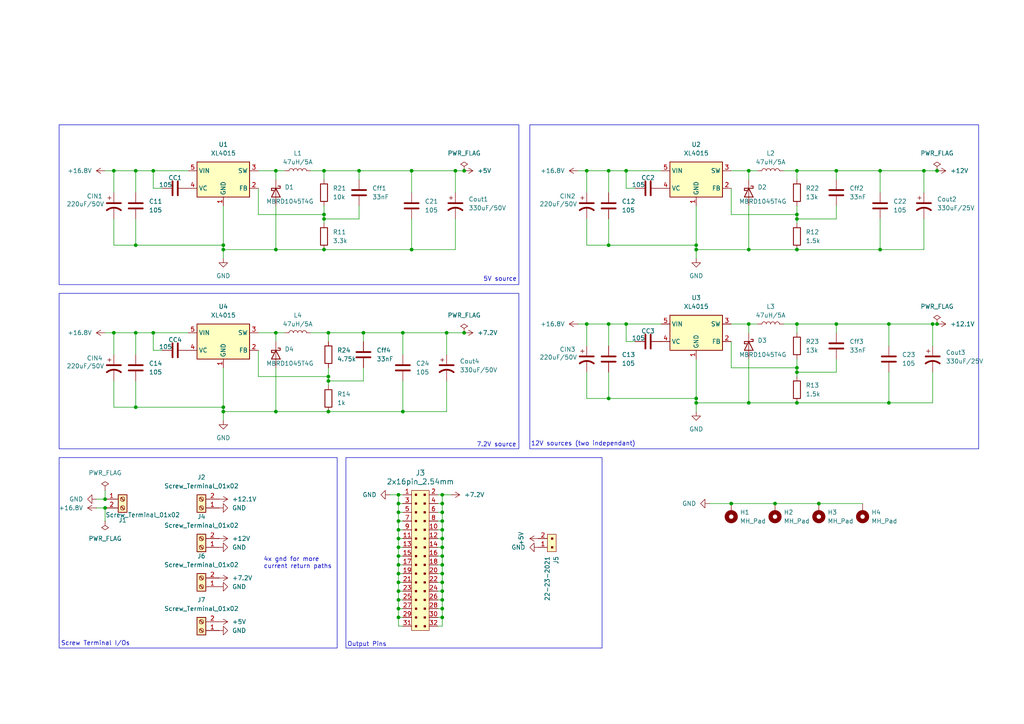
<source format=kicad_sch>
(kicad_sch (version 20250114) (generator "eeschema") (generator_version "9.0")
  (paper "A4")
  (title_block (title "Star Trekker Power Board") (date "2025-04-14") (rev "v2.0") (company "EPFL Xplore"))
  (lib_symbols
    (symbol "Connector:Screw_Terminal_01x02" (pin_names (offset 1.016) (hide yes))
      (property "Reference" "J" (at 0 2.54 0))
      (property "Value" "Screw_Terminal_01x02" (at 0 -5.08 0))
      (symbol "Screw_Terminal_01x02_1_1"
        (pin passive line (at -5.08 0 0) (length 3.81) (name "Pin_1") (number "1"))
        (pin passive line (at -5.08 -2.54 0) (length 3.81) (name "Pin_2") (number "2"))
      )
    )
    (symbol "D_Schottky_1" (pin_numbers (hide yes)) (pin_names (offset 1.016) (hide yes))
      (property "Reference" "D2" (at -1.5876 2.54 90))
      (property "Value" "MBRD1045T4G" (at 2.54 -2.794 90))
      (symbol "D_Schottky_1_1_1"
        (pin passive line (at -3.81 0 0) (length 2.54) (name "K") (number "2"))
        (pin passive line (at 3.81 0 180) (length 2.54) (name "A") (number "1"))
      )
    )
    (symbol "Device:C" (pin_numbers (hide yes)) (pin_names (offset 0.254))
      (property "Reference" "C" (at 0.635 2.54 0))
      (property "Value" "C" (at 0.635 -2.54 0))
      (symbol "C_1_1"
        (pin passive line (at 0 3.81 270) (length 2.794) (name "~") (number "1"))
        (pin passive line (at 0 -3.81 90) (length 2.794) (name "~") (number "2"))
      )
    )
    (symbol "Device:C_Polarized_US" (pin_numbers (hide yes)) (pin_names (offset 0.254) (hide yes))
      (property "Reference" "C" (at 0.635 2.54 0))
      (property "Value" "C_Polarized_US" (at 0.635 -2.54 0))
      (symbol "C_Polarized_US_1_1"
        (pin passive line (at 0 3.81 270) (length 2.794) (name "~") (number "1"))
        (pin passive line (at 0 -3.81 90) (length 3.302) (name "~") (number "2"))
      )
    )
    (symbol "Device:L" (pin_numbers (hide yes)) (pin_names (offset 1.016) (hide yes))
      (property "Reference" "L" (at -1.27 0 90))
      (property "Value" "L" (at 1.905 0 90))
      (symbol "L_1_1"
        (pin passive line (at 0 3.81 270) (length 1.27) (name "1") (number "1"))
        (pin passive line (at 0 -3.81 90) (length 1.27) (name "2") (number "2"))
      )
    )
    (symbol "Device:R" (pin_numbers (hide yes)) (pin_names (offset 0))
      (property "Reference" "R" (at 2.032 0 90))
      (property "Value" "R" (at 0 0 90))
      (symbol "R_1_1"
        (pin passive line (at 0 3.81 270) (length 1.27) (name "~") (number "1"))
        (pin passive line (at 0 -3.81 90) (length 1.27) (name "~") (number "2"))
      )
    )
    (symbol "Mechanical:MountingHole_Pad" (pin_numbers (hide yes)) (pin_names (offset 1.016) (hide yes)) (exclude_from_sim yes) (in_bom no)
      (property "Reference" "H" (at 0 6.35 0))
      (property "Value" "MountingHole_Pad" (at 0 4.445 0))
      (symbol "MountingHole_Pad_1_1"
        (pin input line (at 0 -2.54 90) (length 2.54) (name "1") (number "1"))
      )
    )
    (symbol "Regulator_Switching:XL4015"
      (property "Reference" "U?" (at -6.35 6.35 0))
      (property "Value" "XL4015" (at 6.35 6.35 0))
      (symbol "XL4015_1_1"
        (pin power_in line (at -10.16 2.54 0) (length 2.54) (name "VIN") (number "5"))
        (pin input line (at -10.16 -2.54 0) (length 2.54) (name "VC") (number "4"))
        (pin power_in line (at 0 -7.62 90) (length 2.54) (name "GND") (number "1"))
        (pin power_out line (at 10.16 2.54 180) (length 2.54) (name "SW") (number "3"))
        (pin input line (at 10.16 -2.54 180) (length 2.54) (name "FB") (number "2"))
      )
    )
    (symbol "dk_Rectangular-Connectors-Headers-Male-Pins:22-23-2021" (pin_names (offset 1.016))
      (property "Reference" "J" (at -2.54 1.27 0))
      (property "Value" "22-23-2021" (at 1.27 -3.81 0))
      (symbol "22-23-2021_1_1"
        (pin passive line (at 0 2.54 270) (length 2.54) (name "~") (number "1"))
        (pin passive line (at 2.54 2.54 270) (length 2.54) (name "~") (number "2"))
      )
    )
    (symbol "hey_idk_hey_idk_hey:2x16pin_2.54mm" (pin_names (offset 1.016))
      (property "Reference" "J" (at -2.54 7.62 0))
      (property "Value" "2x16pin_2.54mm" (at 18.288 -6.604 0))
      (symbol "2x16pin_2.54mm_1_1"
        (pin passive line (at -5.08 5.08 0) (length 2.54) (name "~") (number "1"))
        (pin passive line (at -5.08 2.54 0) (length 2.54) (name "~") (number "3"))
        (pin passive line (at -5.08 0 0) (length 2.54) (name "~") (number "5"))
        (pin passive line (at -5.08 -2.54 0) (length 2.54) (name "~") (number "7"))
        (pin passive line (at -5.08 -5.08 0) (length 2.54) (name "~") (number "9"))
        (pin passive line (at -5.08 -7.62 0) (length 2.54) (name "~") (number "11"))
        (pin passive line (at -5.08 -10.16 0) (length 2.54) (name "~") (number "13"))
        (pin passive line (at -5.08 -12.7 0) (length 2.54) (name "~") (number "15"))
        (pin passive line (at -5.08 -15.24 0) (length 2.54) (name "~") (number "17"))
        (pin passive line (at -5.08 -17.78 0) (length 2.54) (name "~") (number "19"))
        (pin passive line (at -5.08 -20.32 0) (length 2.54) (name "~") (number "21"))
        (pin passive line (at -5.08 -22.86 0) (length 2.54) (name "~") (number "23"))
        (pin passive line (at -5.08 -25.4 0) (length 2.54) (name "~") (number "25"))
        (pin passive line (at -5.08 -27.94 0) (length 2.54) (name "~") (number "27"))
        (pin passive line (at -5.08 -30.48 0) (length 2.54) (name "~") (number "29"))
        (pin passive line (at -5.08 -33.02 0) (length 2.54) (name "~") (number "31"))
        (pin passive line (at 5.08 5.08 180) (length 2.54) (name "~") (number "2"))
        (pin passive line (at 5.08 2.54 180) (length 2.54) (name "~") (number "4"))
        (pin passive line (at 5.08 0 180) (length 2.54) (name "~") (number "6"))
        (pin passive line (at 5.08 -2.54 180) (length 2.54) (name "~") (number "8"))
        (pin passive line (at 5.08 -5.08 180) (length 2.54) (name "~") (number "10"))
        (pin passive line (at 5.08 -7.62 180) (length 2.54) (name "~") (number "12"))
        (pin passive line (at 5.08 -10.16 180) (length 2.54) (name "~") (number "14"))
        (pin passive line (at 5.08 -12.7 180) (length 2.54) (name "~") (number "16"))
        (pin passive line (at 5.08 -15.24 180) (length 2.54) (name "~") (number "18"))
        (pin passive line (at 5.08 -17.78 180) (length 2.54) (name "~") (number "20"))
        (pin passive line (at 5.08 -20.32 180) (length 2.54) (name "~") (number "22"))
        (pin passive line (at 5.08 -22.86 180) (length 2.54) (name "~") (number "24"))
        (pin passive line (at 5.08 -25.4 180) (length 2.54) (name "~") (number "26"))
        (pin passive line (at 5.08 -27.94 180) (length 2.54) (name "~") (number "28"))
        (pin passive line (at 5.08 -30.48 180) (length 2.54) (name "~") (number "30"))
        (pin passive line (at 5.08 -33.02 180) (length 2.54) (name "~") (number "32"))
      )
    )
    (symbol "power:+12V" (power) (pin_numbers (hide yes)) (pin_names (offset 0) (hide yes))
      (property "Value" "+12V" (at 0 3.556 0))
      (symbol "+12V_1_1"
        (pin power_in line (at 0 0 90) (length 0) (name "~") (number "1"))
      )
    )
    (symbol "power:+15V" (power) (pin_numbers (hide yes)) (pin_names (offset 0) (hide yes))
      (property "Value" "+15V" (at 0 3.556 0))
      (symbol "+15V_1_1"
        (pin power_in line (at 0 0 90) (length 0) (name "~") (number "1"))
      )
    )
    (symbol "power:+24V" (power) (pin_numbers (hide yes)) (pin_names (offset 0) (hide yes))
      (property "Value" "+24V" (at 0 3.556 0))
      (symbol "+24V_1_1"
        (pin power_in line (at 0 0 90) (length 0) (name "~") (number "1"))
      )
    )
    (symbol "power:+3V3" (power) (pin_numbers (hide yes)) (pin_names (offset 0) (hide yes))
      (property "Value" "+3V3" (at 0 3.556 0))
      (symbol "+3V3_1_1"
        (pin power_in line (at 0 0 90) (length 0) (name "~") (number "1"))
      )
    )
    (symbol "power:+5V" (power) (pin_numbers (hide yes)) (pin_names (offset 0) (hide yes))
      (property "Value" "+5V" (at 0 3.556 0))
      (symbol "+5V_1_1"
        (pin power_in line (at 0 0 90) (length 0) (name "~") (number "1"))
      )
    )
    (symbol "power:GND" (power) (pin_numbers (hide yes)) (pin_names (offset 0) (hide yes))
      (property "Value" "GND" (at 0 -3.81 0))
      (symbol "GND_1_1"
        (pin power_in line (at 0 0 270) (length 0) (name "~") (number "1"))
      )
    )
    (symbol "power:PWR_FLAG" (power) (pin_numbers (hide yes)) (pin_names (offset 0) (hide yes))
      (property "Value" "PWR_FLAG" (at 0 3.81 0))
      (symbol "PWR_FLAG_0_0"
        (pin power_out line (at 0 0 90) (length 0) (name "~") (number "1"))
      )
    )
  )
  (rectangle (start 17.145 132.715) (end 97.79 187.96))
  (rectangle (start 100.33 132.715) (end 174.625 187.96))
  (rectangle (start 17.145 85.09) (end 150.495 130.175))
  (rectangle (start 153.67 36.195) (end 283.845 130.175))
  (rectangle (start 17.145 36.195) (end 150.495 82.55))
  (text "Output Pins" (at 106.426 186.944 0) (effects (font (size 1.27 1.27))))
  (text "5V source" (at 145.034 81.026 0) (effects (font (size 1.27 1.27))))
  (text "Screw Terminal I/Os" (at 27.686 186.69 0) (effects (font (size 1.27 1.27))))
  (text "7.2V source" (at 144.018 129.032 0) (effects (font (size 1.27 1.27))))
  (text "12V sources (two independant)" (at 169.164 128.778 0) (effects (font (size 1.27 1.27))))
  (text "4x gnd for more\ncurrent return paths" (at 76.454 163.322 0) (effects (font (size 1.27 1.27)) (justify left)))
  (junction (at 128.27 163.83))
  (junction (at 231.14 62.23))
  (junction (at 128.27 148.59))
  (junction (at 201.93 116.84))
  (junction (at 217.17 72.39))
  (junction (at 115.57 153.67))
  (junction (at 128.27 176.53))
  (junction (at 217.17 116.84))
  (junction (at 80.01 72.39))
  (junction (at 176.53 115.57))
  (junction (at 64.77 118.11))
  (junction (at 115.57 163.83))
  (junction (at 212.09 146.05))
  (junction (at 93.98 62.23))
  (junction (at 80.01 49.53))
  (junction (at 115.57 158.75))
  (junction (at 128.27 166.37))
  (junction (at 271.78 93.98))
  (junction (at 170.18 93.98))
  (junction (at 128.27 143.51))
  (junction (at 255.27 72.39))
  (junction (at 128.27 161.29))
  (junction (at 44.45 96.52))
  (junction (at 39.37 96.52))
  (junction (at 129.54 96.52))
  (junction (at 115.57 173.99))
  (junction (at 176.53 93.98))
  (junction (at 39.37 71.12))
  (junction (at 201.93 72.39))
  (junction (at 115.57 166.37))
  (junction (at 105.41 96.52))
  (junction (at 231.14 116.84))
  (junction (at 115.57 146.05))
  (junction (at 217.17 93.98))
  (junction (at 33.02 96.52))
  (junction (at 115.57 143.51))
  (junction (at 217.17 49.53))
  (junction (at 39.37 118.11))
  (junction (at 181.61 93.98))
  (junction (at 128.27 151.13))
  (junction (at 231.14 63.5))
  (junction (at 80.01 119.38))
  (junction (at 128.27 153.67))
  (junction (at 44.45 49.53))
  (junction (at 237.49 146.05))
  (junction (at 176.53 49.53))
  (junction (at 231.14 49.53))
  (junction (at 170.18 49.53))
  (junction (at 119.38 72.39))
  (junction (at 128.27 173.99))
  (junction (at 134.62 96.52))
  (junction (at 93.98 72.39))
  (junction (at 255.27 49.53))
  (junction (at 115.57 176.53))
  (junction (at 224.79 146.05))
  (junction (at 231.14 106.68))
  (junction (at 115.57 171.45))
  (junction (at 257.81 116.84))
  (junction (at 128.27 179.07))
  (junction (at 80.01 96.52))
  (junction (at 270.51 93.98))
  (junction (at 30.48 144.78))
  (junction (at 115.57 148.59))
  (junction (at 201.93 115.57))
  (junction (at 242.57 93.98))
  (junction (at 242.57 49.53))
  (junction (at 128.27 168.91))
  (junction (at 128.27 146.05))
  (junction (at 116.84 119.38))
  (junction (at 271.78 49.53))
  (junction (at 95.25 96.52))
  (junction (at 64.77 119.38))
  (junction (at 257.81 93.98))
  (junction (at 231.14 93.98))
  (junction (at 116.84 96.52))
  (junction (at 95.25 109.22))
  (junction (at 115.57 179.07))
  (junction (at 115.57 168.91))
  (junction (at 30.48 147.32))
  (junction (at 115.57 156.21))
  (junction (at 93.98 49.53))
  (junction (at 95.25 110.49))
  (junction (at 128.27 158.75))
  (junction (at 95.25 119.38))
  (junction (at 128.27 156.21))
  (junction (at 119.38 49.53))
  (junction (at 115.57 161.29))
  (junction (at 64.77 71.12))
  (junction (at 64.77 72.39))
  (junction (at 267.97 49.53))
  (junction (at 128.27 171.45))
  (junction (at 132.08 49.53))
  (junction (at 33.02 49.53))
  (junction (at 231.14 107.95))
  (junction (at 231.14 72.39))
  (junction (at 104.14 49.53))
  (junction (at 93.98 63.5))
  (junction (at 115.57 151.13))
  (junction (at 134.62 49.53))
  (junction (at 181.61 49.53))
  (junction (at 201.93 71.12))
  (junction (at 176.53 71.12))
  (junction (at 39.37 49.53))
  (wire (pts (xy 128.27 171.45) (xy 127 171.45)))
  (wire (pts (xy 128.27 143.51) (xy 130.81 143.51)))
  (wire (pts (xy 80.01 96.52) (xy 80.01 99.06)))
  (wire (pts (xy 33.02 63.5) (xy 33.02 71.12)))
  (wire (pts (xy 44.45 54.61) (xy 44.45 49.53)))
  (wire (pts (xy 30.48 96.52) (xy 33.02 96.52)))
  (wire (pts (xy 80.01 119.38) (xy 64.77 119.38)))
  (wire (pts (xy 115.57 151.13) (xy 116.84 151.13)))
  (wire (pts (xy 267.97 63.5) (xy 267.97 72.39)))
  (wire (pts (xy 128.27 158.75) (xy 128.27 161.29)))
  (wire (pts (xy 39.37 49.53) (xy 44.45 49.53)))
  (wire (pts (xy 93.98 59.69) (xy 93.98 62.23)))
  (wire (pts (xy 231.14 62.23) (xy 231.14 63.5)))
  (wire (pts (xy 128.27 171.45) (xy 128.27 173.99)))
  (wire (pts (xy 217.17 93.98) (xy 217.17 96.52)))
  (wire (pts (xy 93.98 49.53) (xy 104.14 49.53)))
  (wire (pts (xy 95.25 106.68) (xy 95.25 109.22)))
  (wire (pts (xy 80.01 59.69) (xy 80.01 72.39)))
  (wire (pts (xy 119.38 63.5) (xy 119.38 72.39)))
  (wire (pts (xy 257.81 107.95) (xy 257.81 116.84)))
  (wire (pts (xy 115.57 156.21) (xy 116.84 156.21)))
  (wire (pts (xy 242.57 93.98) (xy 257.81 93.98)))
  (wire (pts (xy 170.18 93.98) (xy 176.53 93.98)))
  (wire (pts (xy 128.27 143.51) (xy 128.27 146.05)))
  (wire (pts (xy 115.57 151.13) (xy 115.57 148.59)))
  (wire (pts (xy 176.53 63.5) (xy 176.53 71.12)))
  (wire (pts (xy 115.57 148.59) (xy 116.84 148.59)))
  (wire (pts (xy 227.33 93.98) (xy 231.14 93.98)))
  (wire (pts (xy 80.01 72.39) (xy 64.77 72.39)))
  (wire (pts (xy 33.02 110.49) (xy 33.02 118.11)))
  (wire (pts (xy 95.25 96.52) (xy 95.25 99.06)))
  (wire (pts (xy 242.57 104.14) (xy 242.57 107.95)))
  (wire (pts (xy 128.27 158.75) (xy 127 158.75)))
  (wire (pts (xy 39.37 49.53) (xy 39.37 55.88)))
  (wire (pts (xy 128.27 179.07) (xy 128.27 181.61)))
  (wire (pts (xy 128.27 161.29) (xy 127 161.29)))
  (wire (pts (xy 93.98 72.39) (xy 119.38 72.39)))
  (wire (pts (xy 64.77 72.39) (xy 64.77 74.93)))
  (wire (pts (xy 30.48 49.53) (xy 33.02 49.53)))
  (wire (pts (xy 33.02 55.88) (xy 33.02 49.53)))
  (wire (pts (xy 270.51 100.33) (xy 270.51 93.98)))
  (wire (pts (xy 242.57 49.53) (xy 255.27 49.53)))
  (wire (pts (xy 115.57 176.53) (xy 116.84 176.53)))
  (wire (pts (xy 231.14 63.5) (xy 231.14 64.77)))
  (wire (pts (xy 170.18 100.33) (xy 170.18 93.98)))
  (wire (pts (xy 128.27 156.21) (xy 127 156.21)))
  (wire (pts (xy 115.57 179.07) (xy 116.84 179.07)))
  (wire (pts (xy 176.53 71.12) (xy 201.93 71.12)))
  (wire (pts (xy 46.99 101.6) (xy 44.45 101.6)))
  (wire (pts (xy 80.01 72.39) (xy 93.98 72.39)))
  (wire (pts (xy 128.27 166.37) (xy 128.27 168.91)))
  (wire (pts (xy 217.17 93.98) (xy 219.71 93.98)))
  (wire (pts (xy 231.14 72.39) (xy 255.27 72.39)))
  (wire (pts (xy 237.49 146.05) (xy 250.19 146.05)))
  (wire (pts (xy 170.18 49.53) (xy 176.53 49.53)))
  (wire (pts (xy 184.15 99.06) (xy 181.61 99.06)))
  (wire (pts (xy 217.17 104.14) (xy 217.17 116.84)))
  (wire (pts (xy 90.17 96.52) (xy 95.25 96.52)))
  (wire (pts (xy 227.33 49.53) (xy 231.14 49.53)))
  (wire (pts (xy 128.27 166.37) (xy 127 166.37)))
  (wire (pts (xy 201.93 59.69) (xy 201.93 71.12)))
  (wire (pts (xy 212.09 146.05) (xy 224.79 146.05)))
  (wire (pts (xy 128.27 173.99) (xy 127 173.99)))
  (wire (pts (xy 217.17 116.84) (xy 201.93 116.84)))
  (wire (pts (xy 224.79 146.05) (xy 237.49 146.05)))
  (wire (pts (xy 115.57 171.45) (xy 116.84 171.45)))
  (wire (pts (xy 44.45 96.52) (xy 54.61 96.52)))
  (wire (pts (xy 93.98 49.53) (xy 93.98 52.07)))
  (wire (pts (xy 105.41 110.49) (xy 95.25 110.49)))
  (wire (pts (xy 33.02 96.52) (xy 39.37 96.52)))
  (wire (pts (xy 115.57 168.91) (xy 116.84 168.91)))
  (wire (pts (xy 95.25 96.52) (xy 105.41 96.52)))
  (wire (pts (xy 39.37 110.49) (xy 39.37 118.11)))
  (wire (pts (xy 115.57 161.29) (xy 116.84 161.29)))
  (wire (pts (xy 231.14 93.98) (xy 231.14 96.52)))
  (wire (pts (xy 74.93 109.22) (xy 95.25 109.22)))
  (wire (pts (xy 39.37 71.12) (xy 64.77 71.12)))
  (wire (pts (xy 115.57 158.75) (xy 116.84 158.75)))
  (wire (pts (xy 30.48 142.24) (xy 30.48 144.78)))
  (wire (pts (xy 115.57 148.59) (xy 115.57 146.05)))
  (wire (pts (xy 231.14 116.84) (xy 257.81 116.84)))
  (wire (pts (xy 181.61 54.61) (xy 181.61 49.53)))
  (wire (pts (xy 93.98 62.23) (xy 74.93 62.23)))
  (wire (pts (xy 257.81 116.84) (xy 270.51 116.84)))
  (wire (pts (xy 201.93 115.57) (xy 201.93 116.84)))
  (wire (pts (xy 212.09 106.68) (xy 212.09 99.06)))
  (wire (pts (xy 270.51 107.95) (xy 270.51 116.84)))
  (wire (pts (xy 128.27 151.13) (xy 128.27 153.67)))
  (wire (pts (xy 80.01 49.53) (xy 82.55 49.53)))
  (wire (pts (xy 115.57 153.67) (xy 116.84 153.67)))
  (wire (pts (xy 170.18 63.5) (xy 170.18 71.12)))
  (wire (pts (xy 119.38 49.53) (xy 132.08 49.53)))
  (wire (pts (xy 119.38 55.88) (xy 119.38 49.53)))
  (wire (pts (xy 129.54 96.52) (xy 134.62 96.52)))
  (wire (pts (xy 231.14 107.95) (xy 231.14 109.22)))
  (wire (pts (xy 167.64 93.98) (xy 170.18 93.98)))
  (wire (pts (xy 170.18 55.88) (xy 170.18 49.53)))
  (wire (pts (xy 212.09 49.53) (xy 217.17 49.53)))
  (wire (pts (xy 128.27 179.07) (xy 127 179.07)))
  (wire (pts (xy 201.93 116.84) (xy 201.93 119.38)))
  (wire (pts (xy 255.27 72.39) (xy 267.97 72.39)))
  (wire (pts (xy 128.27 146.05) (xy 128.27 148.59)))
  (wire (pts (xy 128.27 163.83) (xy 127 163.83)))
  (wire (pts (xy 217.17 116.84) (xy 231.14 116.84)))
  (wire (pts (xy 93.98 62.23) (xy 93.98 63.5)))
  (wire (pts (xy 231.14 106.68) (xy 231.14 107.95)))
  (wire (pts (xy 64.77 106.68) (xy 64.77 118.11)))
  (wire (pts (xy 115.57 176.53) (xy 115.57 173.99)))
  (wire (pts (xy 33.02 49.53) (xy 39.37 49.53)))
  (wire (pts (xy 267.97 49.53) (xy 271.78 49.53)))
  (wire (pts (xy 93.98 63.5) (xy 104.14 63.5)))
  (wire (pts (xy 90.17 49.53) (xy 93.98 49.53)))
  (wire (pts (xy 30.48 147.32) (xy 30.48 151.13)))
  (wire (pts (xy 115.57 179.07) (xy 115.57 176.53)))
  (wire (pts (xy 113.03 143.51) (xy 115.57 143.51)))
  (wire (pts (xy 104.14 49.53) (xy 119.38 49.53)))
  (wire (pts (xy 115.57 161.29) (xy 115.57 158.75)))
  (wire (pts (xy 270.51 93.98) (xy 271.78 93.98)))
  (wire (pts (xy 95.25 109.22) (xy 95.25 110.49)))
  (wire (pts (xy 255.27 63.5) (xy 255.27 72.39)))
  (wire (pts (xy 64.77 59.69) (xy 64.77 71.12)))
  (wire (pts (xy 205.74 146.05) (xy 212.09 146.05)))
  (wire (pts (xy 132.08 55.88) (xy 132.08 49.53)))
  (wire (pts (xy 115.57 146.05) (xy 115.57 143.51)))
  (wire (pts (xy 217.17 72.39) (xy 201.93 72.39)))
  (wire (pts (xy 129.54 110.49) (xy 129.54 119.38)))
  (wire (pts (xy 128.27 173.99) (xy 128.27 176.53)))
  (wire (pts (xy 176.53 107.95) (xy 176.53 115.57)))
  (wire (pts (xy 115.57 166.37) (xy 116.84 166.37)))
  (wire (pts (xy 255.27 49.53) (xy 267.97 49.53)))
  (wire (pts (xy 231.14 63.5) (xy 242.57 63.5)))
  (wire (pts (xy 74.93 62.23) (xy 74.93 54.61)))
  (wire (pts (xy 170.18 71.12) (xy 176.53 71.12)))
  (wire (pts (xy 95.25 110.49) (xy 95.25 111.76)))
  (wire (pts (xy 242.57 107.95) (xy 231.14 107.95)))
  (wire (pts (xy 181.61 49.53) (xy 191.77 49.53)))
  (wire (pts (xy 115.57 158.75) (xy 115.57 156.21)))
  (wire (pts (xy 176.53 49.53) (xy 181.61 49.53)))
  (wire (pts (xy 242.57 93.98) (xy 242.57 96.52)))
  (wire (pts (xy 217.17 49.53) (xy 217.17 52.07)))
  (wire (pts (xy 176.53 115.57) (xy 201.93 115.57)))
  (wire (pts (xy 116.84 110.49) (xy 116.84 119.38)))
  (wire (pts (xy 80.01 119.38) (xy 95.25 119.38)))
  (wire (pts (xy 116.84 181.61) (xy 115.57 181.61)))
  (wire (pts (xy 105.41 96.52) (xy 105.41 99.06)))
  (wire (pts (xy 167.64 49.53) (xy 170.18 49.53)))
  (wire (pts (xy 176.53 93.98) (xy 181.61 93.98)))
  (wire (pts (xy 231.14 104.14) (xy 231.14 106.68)))
  (wire (pts (xy 128.27 168.91) (xy 128.27 171.45)))
  (wire (pts (xy 115.57 163.83) (xy 115.57 161.29)))
  (wire (pts (xy 170.18 115.57) (xy 176.53 115.57)))
  (wire (pts (xy 128.27 161.29) (xy 128.27 163.83)))
  (wire (pts (xy 95.25 119.38) (xy 116.84 119.38)))
  (wire (pts (xy 132.08 49.53) (xy 134.62 49.53)))
  (wire (pts (xy 170.18 107.95) (xy 170.18 115.57)))
  (wire (pts (xy 128.27 163.83) (xy 128.27 166.37)))
  (wire (pts (xy 115.57 181.61) (xy 115.57 179.07)))
  (wire (pts (xy 115.57 153.67) (xy 115.57 151.13)))
  (wire (pts (xy 181.61 93.98) (xy 191.77 93.98)))
  (wire (pts (xy 231.14 49.53) (xy 231.14 52.07)))
  (wire (pts (xy 231.14 59.69) (xy 231.14 62.23)))
  (wire (pts (xy 217.17 72.39) (xy 231.14 72.39)))
  (wire (pts (xy 231.14 93.98) (xy 242.57 93.98)))
  (wire (pts (xy 127 143.51) (xy 128.27 143.51)))
  (wire (pts (xy 176.53 93.98) (xy 176.53 100.33)))
  (wire (pts (xy 128.27 181.61) (xy 127 181.61)))
  (wire (pts (xy 46.99 54.61) (xy 44.45 54.61)))
  (wire (pts (xy 176.53 49.53) (xy 176.53 55.88)))
  (wire (pts (xy 115.57 173.99) (xy 115.57 171.45)))
  (wire (pts (xy 39.37 96.52) (xy 39.37 102.87)))
  (wire (pts (xy 128.27 148.59) (xy 127 148.59)))
  (wire (pts (xy 39.37 96.52) (xy 44.45 96.52)))
  (wire (pts (xy 80.01 49.53) (xy 80.01 52.07)))
  (wire (pts (xy 27.94 147.32) (xy 30.48 147.32)))
  (wire (pts (xy 74.93 109.22) (xy 74.93 101.6)))
  (wire (pts (xy 27.94 144.78) (xy 30.48 144.78)))
  (wire (pts (xy 39.37 118.11) (xy 64.77 118.11)))
  (wire (pts (xy 80.01 96.52) (xy 82.55 96.52)))
  (wire (pts (xy 257.81 100.33) (xy 257.81 93.98)))
  (wire (pts (xy 115.57 143.51) (xy 116.84 143.51)))
  (wire (pts (xy 129.54 102.87) (xy 129.54 96.52)))
  (wire (pts (xy 128.27 156.21) (xy 128.27 158.75)))
  (wire (pts (xy 212.09 93.98) (xy 217.17 93.98)))
  (wire (pts (xy 104.14 59.69) (xy 104.14 63.5)))
  (wire (pts (xy 115.57 166.37) (xy 115.57 163.83)))
  (wire (pts (xy 105.41 96.52) (xy 116.84 96.52)))
  (wire (pts (xy 33.02 118.11) (xy 39.37 118.11)))
  (wire (pts (xy 181.61 99.06) (xy 181.61 93.98)))
  (wire (pts (xy 128.27 153.67) (xy 127 153.67)))
  (wire (pts (xy 212.09 62.23) (xy 212.09 54.61)))
  (wire (pts (xy 201.93 104.14) (xy 201.93 115.57)))
  (wire (pts (xy 116.84 96.52) (xy 129.54 96.52)))
  (wire (pts (xy 33.02 102.87) (xy 33.02 96.52)))
  (wire (pts (xy 105.41 106.68) (xy 105.41 110.49)))
  (wire (pts (xy 231.14 106.68) (xy 212.09 106.68)))
  (wire (pts (xy 231.14 62.23) (xy 212.09 62.23)))
  (wire (pts (xy 80.01 106.68) (xy 80.01 119.38)))
  (wire (pts (xy 184.15 54.61) (xy 181.61 54.61)))
  (wire (pts (xy 242.57 63.5) (xy 242.57 59.69)))
  (wire (pts (xy 132.08 63.5) (xy 132.08 72.39)))
  (wire (pts (xy 116.84 102.87) (xy 116.84 96.52)))
  (wire (pts (xy 64.77 119.38) (xy 64.77 121.92)))
  (wire (pts (xy 74.93 49.53) (xy 80.01 49.53)))
  (wire (pts (xy 217.17 49.53) (xy 219.71 49.53)))
  (wire (pts (xy 201.93 72.39) (xy 201.93 74.93)))
  (wire (pts (xy 64.77 71.12) (xy 64.77 72.39)))
  (wire (pts (xy 255.27 55.88) (xy 255.27 49.53)))
  (wire (pts (xy 64.77 118.11) (xy 64.77 119.38)))
  (wire (pts (xy 128.27 153.67) (xy 128.27 156.21)))
  (wire (pts (xy 128.27 168.91) (xy 127 168.91)))
  (wire (pts (xy 115.57 171.45) (xy 115.57 168.91)))
  (wire (pts (xy 128.27 176.53) (xy 128.27 179.07)))
  (wire (pts (xy 115.57 173.99) (xy 116.84 173.99)))
  (wire (pts (xy 116.84 119.38) (xy 129.54 119.38)))
  (wire (pts (xy 44.45 101.6) (xy 44.45 96.52)))
  (wire (pts (xy 201.93 71.12) (xy 201.93 72.39)))
  (wire (pts (xy 217.17 59.69) (xy 217.17 72.39)))
  (wire (pts (xy 115.57 168.91) (xy 115.57 166.37)))
  (wire (pts (xy 242.57 49.53) (xy 242.57 52.07)))
  (wire (pts (xy 74.93 96.52) (xy 80.01 96.52)))
  (wire (pts (xy 115.57 146.05) (xy 116.84 146.05)))
  (wire (pts (xy 115.57 163.83) (xy 116.84 163.83)))
  (wire (pts (xy 119.38 72.39) (xy 132.08 72.39)))
  (wire (pts (xy 104.14 49.53) (xy 104.14 52.07)))
  (wire (pts (xy 93.98 63.5) (xy 93.98 64.77)))
  (wire (pts (xy 128.27 151.13) (xy 127 151.13)))
  (wire (pts (xy 39.37 63.5) (xy 39.37 71.12)))
  (wire (pts (xy 33.02 71.12) (xy 39.37 71.12)))
  (wire (pts (xy 128.27 146.05) (xy 127 146.05)))
  (wire (pts (xy 128.27 176.53) (xy 127 176.53)))
  (wire (pts (xy 44.45 49.53) (xy 54.61 49.53)))
  (wire (pts (xy 128.27 148.59) (xy 128.27 151.13)))
  (wire (pts (xy 267.97 55.88) (xy 267.97 49.53)))
  (wire (pts (xy 115.57 156.21) (xy 115.57 153.67)))
  (wire (pts (xy 257.81 93.98) (xy 270.51 93.98)))
  (wire (pts (xy 231.14 49.53) (xy 242.57 49.53)))
  (symbol (lib_id "power:+15V") (at 30.48 96.52 90) (unit 1)
    (property "Reference" "#PWR09" (effects (hide yes)))
    (property "Value" "+16.8V" (at 26.67 96.5199 90) (effects (justify left)))
    (property "Description" "Power symbol creates a global label with name \"+15V\"" (effects (hide yes)))
  )
  (symbol (lib_id "power:+15V") (at 30.48 49.53 90) (unit 1)
    (property "Reference" "#PWR01" (effects (hide yes)))
    (property "Value" "+16.8V" (at 26.67 49.5299 90) (effects (justify left)))
    (property "Description" "Power symbol creates a global label with name \"+15V\"" (effects (hide yes)))
  )
  (symbol (lib_id "Device:C") (at 257.81 104.14 0) (unit 1)
    (property "Reference" "C23" (at 261.62 102.8699 0) (effects (justify left)))
    (property "Value" "105" (at 261.62 105.4099 0) (effects (justify left)))
    (property "Footprint" "Capacitor_SMD:C_0805_2012Metric_Pad1.18x1.45mm_HandSolder" (effects (hide yes)))
    (property "Description" "Unpolarized capacitor" (effects (hide yes)))
  )
  (symbol (lib_id "Device:C") (at 242.57 55.88 0) (unit 1)
    (property "Reference" "Cff2" (at 246.38 54.6099 0) (effects (justify left)))
    (property "Value" "33nF" (at 246.38 57.1499 0) (effects (justify left)))
    (property "Footprint" "Capacitor_SMD:C_0603_1608Metric_Pad1.08x0.95mm_HandSolder" (effects (hide yes)))
    (property "Description" "Unpolarized capacitor" (effects (hide yes)))
  )
  (symbol (lib_name "D_Schottky_1") (lib_id "Device:D_Schottky") (at 217.17 100.33 270) (unit 1)
    (property "Reference" "D3" (at 219.71 98.7424 90) (effects (justify left)))
    (property "Value" "MBRD1045T4G" (at 214.376 102.87 90) (effects (justify left)))
    (property "Footprint" "Package_TO_SOT_SMD:TO-252-2" (effects (hide yes)))
    (property "Description" "Schottky diode" (effects (hide yes)))
  )
  (symbol (lib_id "Device:C_Polarized_US") (at 132.08 59.69 0) (unit 1)
    (property "Reference" "Cout1" (at 135.89 57.7849 0) (effects (justify left)))
    (property "Value" "330uF/50V" (at 135.89 60.3249 0) (effects (justify left)))
    (property "Footprint" "Capacitor_SMD:CP_Elec_10x10.5" (effects (hide yes)))
    (property "Description" "Polarized capacitor, US symbol" (effects (hide yes)))
  )
  (symbol (lib_id "power:GND") (at 201.93 74.93 0) (unit 1)
    (property "Reference" "#PWR06" (effects (hide yes)))
    (property "Value" "GND" (at 201.93 80.01 0))
    (property "Description" "Power symbol creates a global label with name \"GND\" , ground" (effects (hide yes)))
  )
  (symbol (lib_id "power:GND") (at 201.93 119.38 0) (unit 1)
    (property "Reference" "#PWR011" (effects (hide yes)))
    (property "Value" "GND" (at 201.93 124.46 0))
    (property "Description" "Power symbol creates a global label with name \"GND\" , ground" (effects (hide yes)))
  )
  (symbol (lib_id "Device:L") (at 223.52 93.98 90) (unit 1)
    (property "Reference" "L3" (at 223.52 88.9 90))
    (property "Value" "47uH/5A" (at 223.52 91.44 90))
    (property "Footprint" "Library:L_13.8x12.6mm_H6.5mm" (effects (hide yes)))
    (property "Description" "Inductor" (effects (hide yes)))
  )
  (symbol (lib_id "power:+12V") (at 271.78 49.53 270) (unit 1)
    (property "Reference" "#PWR04" (effects (hide yes)))
    (property "Value" "+12V" (at 275.59 49.5299 90) (effects (justify left)))
    (property "Description" "Power symbol creates a global label with name \"+12V\"" (effects (hide yes)))
  )
  (symbol (lib_id "power:+5V") (at 63.5 180.34 270) (unit 1)
    (property "Reference" "#PWR026" (effects (hide yes)))
    (property "Value" "+5V" (at 67.31 180.3399 90) (effects (justify left)))
    (property "Description" "Power symbol creates a global label with name \"+5V\"" (effects (hide yes)))
  )
  (symbol (lib_id "power:+3V3") (at 63.5 167.64 270) (unit 1)
    (property "Reference" "#PWR024" (effects (hide yes)))
    (property "Value" "+7.2V" (at 67.31 167.6399 90) (effects (justify left)))
    (property "Description" "Power symbol creates a global label with name \"+3V3\"" (effects (hide yes)))
  )
  (symbol (lib_id "power:+12V") (at 63.5 156.21 270) (unit 1)
    (property "Reference" "#PWR020" (effects (hide yes)))
    (property "Value" "+12V" (at 67.31 156.2099 90) (effects (justify left)))
    (property "Description" "Power symbol creates a global label with name \"+12V\"" (effects (hide yes)))
  )
  (symbol (lib_id "Connector:Screw_Terminal_01x02") (at 58.42 147.32 180) (unit 1)
    (property "Reference" "J2" (at 58.42 138.43 0))
    (property "Value" "Screw_Terminal_01x02" (at 58.42 140.97 0))
    (property "Footprint" "TerminalBlock_Phoenix:TerminalBlock_Phoenix_PT-1,5-2-5.0-H_1x02_P5.00mm_Horizontal" (effects (hide yes)))
    (property "Description" "Generic screw terminal, single row, 01x02, script generated (kicad-library-utils/schlib/autogen/connector/)" (effects (hide yes)))
  )
  (symbol (lib_id "hey_idk_hey_idk_hey:2x16pin_2.54mm") (at 121.92 148.59 0) (unit 1)
    (property "Reference" "J3" (at 121.92 137.16 0) (effects (font (size 1.524 1.524))))
    (property "Value" "2x16pin_2.54mm" (at 121.92 139.7 0) (effects (font (size 1.524 1.524))))
    (property "Footprint" "Connector_PinHeader_2.54mm:PinHeader_2x16_P2.54mm_Vertical" (effects (hide yes)))
    (property "Datasheet" "http://cnctech.us/pdfs/3220-XX-0100-00.pdf" (effects (hide yes)))
    (property "Description" "CONN HEADER VERT 10POS 1.27MM" (effects (hide yes)))
    (property "Digi-Key_PN" "1175-1627-ND" (effects (hide yes)))
    (property "MPN" "3220-10-0100-00" (effects (hide yes)))
    (property "Category" "Connectors, Interconnects" (effects (hide yes)))
    (property "Family" "Rectangular Connectors - Headers, Male Pins" (effects (hide yes)))
    (property "DK_Datasheet_Link" "http://cnctech.us/pdfs/3220-XX-0100-00.pdf" (effects (hide yes)))
    (property "DK_Detail_Page" "/product-detail/en/cnc-tech/3220-10-0100-00/1175-1627-ND/3883661" (effects (hide yes)))
    (property "Description_1" "CONN HEADER VERT 10POS 1.27MM" (effects (hide yes)))
    (property "Manufacturer" "CNC Tech" (effects (hide yes)))
    (property "Status" "Active" (effects (hide yes)))
  )
  (symbol (lib_id "power:GND") (at 205.74 146.05 270) (unit 1)
    (property "Reference" "#PWR017" (effects (hide yes)))
    (property "Value" "GND" (at 201.93 146.0499 90) (effects (justify right)))
    (property "Description" "Power symbol creates a global label with name \"GND\" , ground" (effects (hide yes)))
  )
  (symbol (lib_id "Regulator_Switching:XL4015") (at 64.77 99.06 0) (unit 1)
    (property "Reference" "U4" (at 64.77 88.9 0))
    (property "Value" "XL4015" (at 64.77 91.44 0))
    (property "Footprint" "Package_TO_SOT_SMD:TO-263-5_TabPin3" (effects (hide yes)))
    (property "Datasheet" "http://www.xlsemi.net/datasheet/XL4015%20datasheet-English.pdf" (effects (hide yes)))
    (property "Description" "5A 180kHz 36V Buck DC to DC Converter" (effects (hide yes)))
  )
  (symbol (lib_id "power:PWR_FLAG") (at 271.78 93.98 0) (unit 1)
    (property "Reference" "#FLG03" (effects (hide yes)))
    (property "Value" "PWR_FLAG" (at 271.78 88.9 0))
    (property "Description" "Special symbol for telling ERC where power comes from" (effects (hide yes)))
  )
  (symbol (lib_id "power:+15V") (at 167.64 49.53 90) (unit 1)
    (property "Reference" "#PWR03" (effects (hide yes)))
    (property "Value" "+16.8V" (at 163.83 49.5299 90) (effects (justify left)))
    (property "Description" "Power symbol creates a global label with name \"+15V\"" (effects (hide yes)))
  )
  (symbol (lib_id "power:GND") (at 63.5 170.18 90) (unit 1)
    (property "Reference" "#PWR025" (effects (hide yes)))
    (property "Value" "GND" (at 67.31 170.1799 90) (effects (justify right)))
    (property "Description" "Power symbol creates a global label with name \"GND\" , ground" (effects (hide yes)))
  )
  (symbol (lib_id "Device:L") (at 86.36 49.53 90) (unit 1)
    (property "Reference" "L1" (at 86.36 44.45 90))
    (property "Value" "47uH/5A" (at 86.36 46.99 90))
    (property "Footprint" "Library:L_13.8x12.6mm_H6.5mm" (effects (hide yes)))
    (property "Description" "Inductor" (effects (hide yes)))
  )
  (symbol (lib_id "Device:C") (at 176.53 59.69 0) (unit 1)
    (property "Reference" "C12" (at 180.34 58.4199 0) (effects (justify left)))
    (property "Value" "105" (at 180.34 60.9599 0) (effects (justify left)))
    (property "Footprint" "Capacitor_SMD:C_0805_2012Metric_Pad1.18x1.45mm_HandSolder" (effects (hide yes)))
    (property "Description" "Unpolarized capacitor" (effects (hide yes)))
  )
  (symbol (lib_id "Device:C_Polarized_US") (at 267.97 59.69 0) (unit 1)
    (property "Reference" "Cout2" (at 271.78 57.7849 0) (effects (justify left)))
    (property "Value" "330uF/25V" (at 271.78 60.3249 0) (effects (justify left)))
    (property "Footprint" "Capacitor_SMD:CP_Elec_10x10.5" (effects (hide yes)))
    (property "Description" "Polarized capacitor, US symbol" (effects (hide yes)))
  )
  (symbol (lib_id "power:GND") (at 64.77 121.92 0) (unit 1)
    (property "Reference" "#PWR012" (effects (hide yes)))
    (property "Value" "GND" (at 64.77 127 0))
    (property "Description" "Power symbol creates a global label with name \"GND\" , ground" (effects (hide yes)))
  )
  (symbol (lib_id "power:GND") (at 63.5 147.32 90) (unit 1)
    (property "Reference" "#PWR019" (effects (hide yes)))
    (property "Value" "GND" (at 67.31 147.3199 90) (effects (justify right)))
    (property "Description" "Power symbol creates a global label with name \"GND\" , ground" (effects (hide yes)))
  )
  (symbol (lib_id "power:+3V3") (at 130.81 143.51 270) (unit 1)
    (property "Reference" "#PWR014" (effects (hide yes)))
    (property "Value" "+7.2V" (at 134.62 143.5099 90) (effects (justify left)))
    (property "Description" "Power symbol creates a global label with name \"+3V3\"" (effects (hide yes)))
  )
  (symbol (lib_id "Device:C") (at 50.8 54.61 90) (unit 1)
    (property "Reference" "CC1" (at 50.8 51.562 90))
    (property "Value" "105" (at 48.006 53.594 90))
    (property "Footprint" "Capacitor_SMD:C_0805_2012Metric_Pad1.18x1.45mm_HandSolder" (effects (hide yes)))
    (property "Description" "Unpolarized capacitor" (effects (hide yes)))
  )
  (symbol (lib_id "Device:C") (at 104.14 55.88 0) (unit 1)
    (property "Reference" "Cff1" (at 107.95 54.6099 0) (effects (justify left)))
    (property "Value" "33nF" (at 107.95 57.1499 0) (effects (justify left)))
    (property "Footprint" "Capacitor_SMD:C_0603_1608Metric_Pad1.08x0.95mm_HandSolder" (effects (hide yes)))
    (property "Description" "Unpolarized capacitor" (effects (hide yes)))
  )
  (symbol (lib_id "Device:C_Polarized_US") (at 33.02 106.68 0) (unit 1)
    (property "Reference" "CIN4" (at 25.146 103.886 0) (effects (justify left)))
    (property "Value" "220uF/50V" (at 19.304 106.172 0) (effects (justify left)))
    (property "Footprint" "Capacitor_SMD:CP_Elec_10x10.5" (effects (hide yes)))
    (property "Description" "Polarized capacitor, US symbol" (effects (hide yes)))
  )
  (symbol (lib_id "Regulator_Switching:XL4015") (at 64.77 52.07 0) (unit 1)
    (property "Reference" "U1" (at 64.77 41.91 0))
    (property "Value" "XL4015" (at 64.77 44.45 0))
    (property "Footprint" "Package_TO_SOT_SMD:TO-263-5_TabPin3" (effects (hide yes)))
    (property "Datasheet" "http://www.xlsemi.net/datasheet/XL4015%20datasheet-English.pdf" (effects (hide yes)))
    (property "Description" "5A 180kHz 36V Buck DC to DC Converter" (effects (hide yes)))
  )
  (symbol (lib_id "Device:R") (at 231.14 55.88 0) (unit 1)
    (property "Reference" "R22" (at 233.68 54.6099 0) (effects (justify left)))
    (property "Value" "13k" (at 233.68 57.1499 0) (effects (justify left)))
    (property "Footprint" "Resistor_SMD:R_0805_2012Metric_Pad1.20x1.40mm_HandSolder" (effects (hide yes)))
    (property "Description" "Resistor" (effects (hide yes)))
  )
  (symbol (lib_id "power:PWR_FLAG") (at 30.48 151.13 180) (unit 1)
    (property "Reference" "#FLG06" (effects (hide yes)))
    (property "Value" "PWR_FLAG" (at 30.48 156.21 0))
    (property "Description" "Special symbol for telling ERC where power comes from" (effects (hide yes)))
  )
  (symbol (lib_id "Connector:Screw_Terminal_01x02") (at 35.56 144.78 0) (unit 1)
    (property "Reference" "J1" (at 35.56 150.876 0))
    (property "Value" "Screw_Terminal_01x02" (at 41.402 149.352 0))
    (property "Footprint" "TerminalBlock_Phoenix:TerminalBlock_Phoenix_PT-1,5-2-5.0-H_1x02_P5.00mm_Horizontal" (effects (hide yes)))
    (property "Description" "Generic screw terminal, single row, 01x02, script generated (kicad-library-utils/schlib/autogen/connector/)" (effects (hide yes)))
  )
  (symbol (lib_id "Device:C") (at 105.41 102.87 0) (unit 1)
    (property "Reference" "Cff4" (at 109.22 101.5999 0) (effects (justify left)))
    (property "Value" "33nF" (at 109.22 104.1399 0) (effects (justify left)))
    (property "Footprint" "Capacitor_SMD:C_0603_1608Metric_Pad1.08x0.95mm_HandSolder" (effects (hide yes)))
    (property "Description" "Unpolarized capacitor" (effects (hide yes)))
  )
  (symbol (lib_id "Device:C") (at 187.96 54.61 90) (unit 1)
    (property "Reference" "CC2" (at 187.96 51.562 90))
    (property "Value" "105" (at 185.166 53.594 90))
    (property "Footprint" "Capacitor_SMD:C_0805_2012Metric_Pad1.18x1.45mm_HandSolder" (effects (hide yes)))
    (property "Description" "Unpolarized capacitor" (effects (hide yes)))
  )
  (symbol (lib_id "power:+5V") (at 156.21 156.21 90) (unit 1)
    (property "Reference" "#PWR021" (effects (hide yes)))
    (property "Value" "+5V" (at 151.13 156.21 0))
    (property "Description" "Power symbol creates a global label with name \"+5V\"" (effects (hide yes)))
  )
  (symbol (lib_id "power:GND") (at 63.5 158.75 90) (unit 1)
    (property "Reference" "#PWR022" (effects (hide yes)))
    (property "Value" "GND" (at 67.31 158.7499 90) (effects (justify right)))
    (property "Description" "Power symbol creates a global label with name \"GND\" , ground" (effects (hide yes)))
  )
  (symbol (lib_id "power:+15V") (at 27.94 147.32 90) (unit 1)
    (property "Reference" "#PWR018" (effects (hide yes)))
    (property "Value" "+16.8V" (at 24.13 147.3201 90) (effects (justify left)))
    (property "Description" "Power symbol creates a global label with name \"+15V\"" (effects (hide yes)))
  )
  (symbol (lib_id "Mechanical:MountingHole_Pad") (at 237.49 148.59 180) (unit 1) (in_bom no)
    (property "Reference" "H3" (at 240.03 148.5899 0) (effects (justify right)))
    (property "Value" "MH_Pad" (at 240.03 151.1299 0) (effects (justify right)))
    (property "Footprint" "MountingHole:MountingHole_3.2mm_M3_DIN965_Pad" (effects (hide yes)))
    (property "Description" "Mounting Hole with connection" (effects (hide yes)))
  )
  (symbol (lib_id "power:PWR_FLAG") (at 30.48 142.24 0) (unit 1)
    (property "Reference" "#FLG05" (effects (hide yes)))
    (property "Value" "PWR_FLAG" (at 30.48 137.16 0))
    (property "Description" "Special symbol for telling ERC where power comes from" (effects (hide yes)))
  )
  (symbol (lib_id "Device:C") (at 255.27 59.69 0) (unit 1)
    (property "Reference" "C22" (at 259.08 58.4199 0) (effects (justify left)))
    (property "Value" "105" (at 259.08 60.9599 0) (effects (justify left)))
    (property "Footprint" "Capacitor_SMD:C_0805_2012Metric_Pad1.18x1.45mm_HandSolder" (effects (hide yes)))
    (property "Description" "Unpolarized capacitor" (effects (hide yes)))
  )
  (symbol (lib_id "Device:R") (at 95.25 102.87 0) (unit 1)
    (property "Reference" "R24" (at 97.79 101.5999 0) (effects (justify left)))
    (property "Value" "4.75k" (at 97.79 104.1399 0) (effects (justify left)))
    (property "Footprint" "Resistor_SMD:R_0805_2012Metric_Pad1.20x1.40mm_HandSolder" (effects (hide yes)))
    (property "Description" "Resistor" (effects (hide yes)))
  )
  (symbol (lib_id "Regulator_Switching:XL4015") (at 201.93 96.52 0) (unit 1)
    (property "Reference" "U3" (at 201.93 86.36 0))
    (property "Value" "XL4015" (at 201.93 88.9 0))
    (property "Footprint" "Package_TO_SOT_SMD:TO-263-5_TabPin3" (effects (hide yes)))
    (property "Datasheet" "http://www.xlsemi.net/datasheet/XL4015%20datasheet-English.pdf" (effects (hide yes)))
    (property "Description" "5A 180kHz 36V Buck DC to DC Converter" (effects (hide yes)))
  )
  (symbol (lib_name "D_Schottky_1") (lib_id "Device:D_Schottky") (at 80.01 102.87 270) (unit 1)
    (property "Reference" "D4" (at 82.55 101.2824 90) (effects (justify left)))
    (property "Value" "MBRD1045T4G" (at 77.216 105.41 90) (effects (justify left)))
    (property "Footprint" "Package_TO_SOT_SMD:TO-252-2" (effects (hide yes)))
    (property "Description" "Schottky diode" (effects (hide yes)))
  )
  (symbol (lib_id "power:+24V") (at 63.5 144.78 270) (unit 1)
    (property "Reference" "#PWR016" (effects (hide yes)))
    (property "Value" "+12.1V" (at 67.31 144.7799 90) (effects (justify left)))
    (property "Description" "Power symbol creates a global label with name \"+24V\"" (effects (hide yes)))
  )
  (symbol (lib_id "Device:C") (at 39.37 106.68 0) (unit 1)
    (property "Reference" "C14" (at 43.18 105.4099 0) (effects (justify left)))
    (property "Value" "105" (at 43.18 107.9499 0) (effects (justify left)))
    (property "Footprint" "Capacitor_SMD:C_0805_2012Metric_Pad1.18x1.45mm_HandSolder" (effects (hide yes)))
    (property "Description" "Unpolarized capacitor" (effects (hide yes)))
  )
  (symbol (lib_id "power:+24V") (at 271.78 93.98 270) (unit 1)
    (property "Reference" "#PWR08" (effects (hide yes)))
    (property "Value" "+12.1V" (at 275.59 93.9799 90) (effects (justify left)))
    (property "Description" "Power symbol creates a global label with name \"+24V\"" (effects (hide yes)))
  )
  (symbol (lib_id "dk_Rectangular-Connectors-Headers-Male-Pins:22-23-2021") (at 158.75 158.75 90) (unit 1)
    (property "Reference" "J5" (at 161.2901 161.29 0) (effects (justify right)))
    (property "Value" "22-23-2021" (at 158.7501 161.29 0) (effects (justify right)))
    (property "Footprint" "digikey-footprints:PinHeader_1x2_P2.54mm_Drill1.02mm" (effects (hide yes)))
    (property "Datasheet" "https://media.digikey.com/pdf/Data%20Sheets/Molex%20PDFs/A-6373-N_Series_Dwg_2010-12-03.pdf" (effects (hide yes)))
    (property "Description" "CONN HEADER VERT 2POS 2.54MM" (effects (hide yes)))
    (property "Digi-Key_PN" "WM4200-ND" (effects (hide yes)))
    (property "MPN" "22-23-2021" (effects (hide yes)))
    (property "Category" "Connectors, Interconnects" (effects (hide yes)))
    (property "Family" "Rectangular Connectors - Headers, Male Pins" (effects (hide yes)))
    (property "DK_Datasheet_Link" "https://media.digikey.com/pdf/Data%20Sheets/Molex%20PDFs/A-6373-N_Series_Dwg_2010-12-03.pdf" (effects (hide yes)))
    (property "DK_Detail_Page" "/product-detail/en/molex/22-23-2021/WM4200-ND/26667" (effects (hide yes)))
    (property "Description_1" "CONN HEADER VERT 2POS 2.54MM" (effects (hide yes)))
    (property "Manufacturer" "Molex" (effects (hide yes)))
    (property "Status" "Active" (effects (hide yes)))
  )
  (symbol (lib_name "D_Schottky_1") (lib_id "Device:D_Schottky") (at 80.01 55.88 270) (unit 1)
    (property "Reference" "D1" (at 82.55 54.2924 90) (effects (justify left)))
    (property "Value" "MBRD1045T4G" (at 77.216 58.42 90) (effects (justify left)))
    (property "Footprint" "Package_TO_SOT_SMD:TO-252-2" (effects (hide yes)))
    (property "Description" "Schottky diode" (effects (hide yes)))
  )
  (symbol (lib_id "Connector:Screw_Terminal_01x02") (at 58.42 158.75 180) (unit 1)
    (property "Reference" "J4" (at 58.42 149.86 0))
    (property "Value" "Screw_Terminal_01x02" (at 58.42 152.4 0))
    (property "Footprint" "TerminalBlock_Phoenix:TerminalBlock_Phoenix_PT-1,5-2-5.0-H_1x02_P5.00mm_Horizontal" (effects (hide yes)))
    (property "Description" "Generic screw terminal, single row, 01x02, script generated (kicad-library-utils/schlib/autogen/connector/)" (effects (hide yes)))
  )
  (symbol (lib_id "Device:C_Polarized_US") (at 33.02 59.69 0) (unit 1)
    (property "Reference" "CIN1" (at 25.146 56.896 0) (effects (justify left)))
    (property "Value" "220uF/50V" (at 19.304 59.182 0) (effects (justify left)))
    (property "Footprint" "Capacitor_SMD:CP_Elec_10x10.5" (effects (hide yes)))
    (property "Description" "Polarized capacitor, US symbol" (effects (hide yes)))
  )
  (symbol (lib_id "Mechanical:MountingHole_Pad") (at 250.19 148.59 180) (unit 1) (in_bom no)
    (property "Reference" "H4" (at 252.73 148.5899 0) (effects (justify right)))
    (property "Value" "MH_Pad" (at 252.73 151.1299 0) (effects (justify right)))
    (property "Footprint" "MountingHole:MountingHole_3.2mm_M3_DIN965_Pad" (effects (hide yes)))
    (property "Description" "Mounting Hole with connection" (effects (hide yes)))
  )
  (symbol (lib_id "Device:C") (at 39.37 59.69 0) (unit 1)
    (property "Reference" "C11" (at 43.18 58.4199 0) (effects (justify left)))
    (property "Value" "105" (at 43.18 60.9599 0) (effects (justify left)))
    (property "Footprint" "Capacitor_SMD:C_0805_2012Metric_Pad1.18x1.45mm_HandSolder" (effects (hide yes)))
    (property "Description" "Unpolarized capacitor" (effects (hide yes)))
  )
  (symbol (lib_id "Device:R") (at 93.98 55.88 0) (unit 1)
    (property "Reference" "R21" (at 96.52 54.6099 0) (effects (justify left)))
    (property "Value" "10k" (at 96.52 57.1499 0) (effects (justify left)))
    (property "Footprint" "Resistor_SMD:R_0805_2012Metric_Pad1.20x1.40mm_HandSolder" (effects (hide yes)))
    (property "Description" "Resistor" (effects (hide yes)))
  )
  (symbol (lib_id "power:GND") (at 113.03 143.51 270) (unit 1)
    (property "Reference" "#PWR013" (effects (hide yes)))
    (property "Value" "GND" (at 109.22 143.5099 90) (effects (justify right)))
    (property "Description" "Power symbol creates a global label with name \"GND\" , ground" (effects (hide yes)))
  )
  (symbol (lib_id "power:PWR_FLAG") (at 271.78 49.53 0) (unit 1)
    (property "Reference" "#FLG02" (effects (hide yes)))
    (property "Value" "PWR_FLAG" (at 271.78 44.45 0))
    (property "Description" "Special symbol for telling ERC where power comes from" (effects (hide yes)))
  )
  (symbol (lib_id "Device:L") (at 223.52 49.53 90) (unit 1)
    (property "Reference" "L2" (at 223.52 44.45 90))
    (property "Value" "47uH/5A" (at 223.52 46.99 90))
    (property "Footprint" "Library:L_13.8x12.6mm_H6.5mm" (effects (hide yes)))
    (property "Description" "Inductor" (effects (hide yes)))
  )
  (symbol (lib_id "Device:C_Polarized_US") (at 170.18 104.14 0) (unit 1)
    (property "Reference" "CIN3" (at 162.306 101.346 0) (effects (justify left)))
    (property "Value" "220uF/50V" (at 156.464 103.632 0) (effects (justify left)))
    (property "Footprint" "Capacitor_SMD:CP_Elec_10x10.5" (effects (hide yes)))
    (property "Description" "Polarized capacitor, US symbol" (effects (hide yes)))
  )
  (symbol (lib_id "Device:C") (at 116.84 106.68 0) (unit 1)
    (property "Reference" "C24" (at 120.65 105.4099 0) (effects (justify left)))
    (property "Value" "105" (at 120.65 107.9499 0) (effects (justify left)))
    (property "Footprint" "Capacitor_SMD:C_0805_2012Metric_Pad1.18x1.45mm_HandSolder" (effects (hide yes)))
    (property "Description" "Unpolarized capacitor" (effects (hide yes)))
  )
  (symbol (lib_id "Device:C_Polarized_US") (at 129.54 106.68 0) (unit 1)
    (property "Reference" "Cout4" (at 133.35 104.7749 0) (effects (justify left)))
    (property "Value" "330uF/50V" (at 133.35 107.3149 0) (effects (justify left)))
    (property "Footprint" "Capacitor_SMD:CP_Elec_10x10.5" (effects (hide yes)))
    (property "Description" "Polarized capacitor, US symbol" (effects (hide yes)))
  )
  (symbol (lib_id "Regulator_Switching:XL4015") (at 201.93 52.07 0) (unit 1)
    (property "Reference" "U2" (at 201.93 41.91 0))
    (property "Value" "XL4015" (at 201.93 44.45 0))
    (property "Footprint" "Package_TO_SOT_SMD:TO-263-5_TabPin3" (effects (hide yes)))
    (property "Datasheet" "http://www.xlsemi.net/datasheet/XL4015%20datasheet-English.pdf" (effects (hide yes)))
    (property "Description" "5A 180kHz 36V Buck DC to DC Converter" (effects (hide yes)))
  )
  (symbol (lib_id "Mechanical:MountingHole_Pad") (at 212.09 148.59 180) (unit 1) (in_bom no)
    (property "Reference" "H1" (at 214.63 148.5899 0) (effects (justify right)))
    (property "Value" "MH_Pad" (at 214.63 151.1299 0) (effects (justify right)))
    (property "Footprint" "MountingHole:MountingHole_3.2mm_M3_DIN965_Pad" (effects (hide yes)))
    (property "Description" "Mounting Hole with connection" (effects (hide yes)))
  )
  (symbol (lib_id "power:PWR_FLAG") (at 134.62 96.52 0) (unit 1)
    (property "Reference" "#FLG04" (effects (hide yes)))
    (property "Value" "PWR_FLAG" (at 134.62 91.44 0))
    (property "Description" "Special symbol for telling ERC where power comes from" (effects (hide yes)))
  )
  (symbol (lib_id "Device:C") (at 187.96 99.06 90) (unit 1)
    (property "Reference" "CC3" (at 187.96 96.012 90))
    (property "Value" "105" (at 185.166 98.044 90))
    (property "Footprint" "Capacitor_SMD:C_0805_2012Metric_Pad1.18x1.45mm_HandSolder" (effects (hide yes)))
    (property "Description" "Unpolarized capacitor" (effects (hide yes)))
  )
  (symbol (lib_id "power:GND") (at 156.21 158.75 270) (unit 1)
    (property "Reference" "#PWR023" (effects (hide yes)))
    (property "Value" "GND" (at 152.4 158.7499 90) (effects (justify right)))
    (property "Description" "Power symbol creates a global label with name \"GND\" , ground" (effects (hide yes)))
  )
  (symbol (lib_id "Mechanical:MountingHole_Pad") (at 224.79 148.59 180) (unit 1) (in_bom no)
    (property "Reference" "H2" (at 227.33 148.5899 0) (effects (justify right)))
    (property "Value" "MH_Pad" (at 227.33 151.1299 0) (effects (justify right)))
    (property "Footprint" "MountingHole:MountingHole_3.2mm_M3_DIN965_Pad" (effects (hide yes)))
    (property "Description" "Mounting Hole with connection" (effects (hide yes)))
  )
  (symbol (lib_id "Device:R") (at 231.14 113.03 0) (unit 1)
    (property "Reference" "R13" (at 233.68 111.7599 0) (effects (justify left)))
    (property "Value" "1.5k" (at 233.68 114.2999 0) (effects (justify left)))
    (property "Footprint" "Resistor_SMD:R_0805_2012Metric_Pad1.20x1.40mm_HandSolder" (effects (hide yes)))
    (property "Description" "Resistor" (effects (hide yes)))
  )
  (symbol (lib_id "Device:R") (at 93.98 68.58 0) (unit 1)
    (property "Reference" "R11" (at 96.52 67.3099 0) (effects (justify left)))
    (property "Value" "3.3k" (at 96.52 69.8499 0) (effects (justify left)))
    (property "Footprint" "Resistor_SMD:R_0805_2012Metric_Pad1.20x1.40mm_HandSolder" (effects (hide yes)))
    (property "Description" "Resistor" (effects (hide yes)))
  )
  (symbol (lib_id "Device:R") (at 95.25 115.57 0) (unit 1)
    (property "Reference" "R14" (at 97.79 114.2999 0) (effects (justify left)))
    (property "Value" "1k" (at 97.79 116.8399 0) (effects (justify left)))
    (property "Footprint" "Resistor_SMD:R_0805_2012Metric_Pad1.20x1.40mm_HandSolder" (effects (hide yes)))
    (property "Description" "Resistor" (effects (hide yes)))
  )
  (symbol (lib_id "power:+15V") (at 167.64 93.98 90) (unit 1)
    (property "Reference" "#PWR07" (effects (hide yes)))
    (property "Value" "+16.8V" (at 163.83 93.9799 90) (effects (justify left)))
    (property "Description" "Power symbol creates a global label with name \"+15V\"" (effects (hide yes)))
  )
  (symbol (lib_id "Device:C_Polarized_US") (at 170.18 59.69 0) (unit 1)
    (property "Reference" "CIN2" (at 162.306 56.896 0) (effects (justify left)))
    (property "Value" "220uF/50V" (at 156.464 59.182 0) (effects (justify left)))
    (property "Footprint" "Capacitor_SMD:CP_Elec_10x10.5" (effects (hide yes)))
    (property "Description" "Polarized capacitor, US symbol" (effects (hide yes)))
  )
  (symbol (lib_id "Connector:Screw_Terminal_01x02") (at 58.42 170.18 180) (unit 1)
    (property "Reference" "J6" (at 58.42 161.29 0))
    (property "Value" "Screw_Terminal_01x02" (at 58.42 163.83 0))
    (property "Footprint" "TerminalBlock_Phoenix:TerminalBlock_Phoenix_PT-1,5-2-5.0-H_1x02_P5.00mm_Horizontal" (effects (hide yes)))
    (property "Description" "Generic screw terminal, single row, 01x02, script generated (kicad-library-utils/schlib/autogen/connector/)" (effects (hide yes)))
  )
  (symbol (lib_id "power:PWR_FLAG") (at 134.62 49.53 0) (unit 1)
    (property "Reference" "#FLG01" (effects (hide yes)))
    (property "Value" "PWR_FLAG" (at 134.62 44.45 0))
    (property "Description" "Special symbol for telling ERC where power comes from" (effects (hide yes)))
  )
  (symbol (lib_id "Connector:Screw_Terminal_01x02") (at 58.42 182.88 180) (unit 1)
    (property "Reference" "J7" (at 58.42 173.99 0))
    (property "Value" "Screw_Terminal_01x02" (at 58.42 176.53 0))
    (property "Footprint" "TerminalBlock_Phoenix:TerminalBlock_Phoenix_PT-1,5-2-5.0-H_1x02_P5.00mm_Horizontal" (effects (hide yes)))
    (property "Description" "Generic screw terminal, single row, 01x02, script generated (kicad-library-utils/schlib/autogen/connector/)" (effects (hide yes)))
  )
  (symbol (lib_id "Device:C") (at 176.53 104.14 0) (unit 1)
    (property "Reference" "C13" (at 180.34 102.8699 0) (effects (justify left)))
    (property "Value" "105" (at 180.34 105.4099 0) (effects (justify left)))
    (property "Footprint" "Capacitor_SMD:C_0805_2012Metric_Pad1.18x1.45mm_HandSolder" (effects (hide yes)))
    (property "Description" "Unpolarized capacitor" (effects (hide yes)))
  )
  (symbol (lib_id "Device:C") (at 242.57 100.33 0) (unit 1)
    (property "Reference" "Cff3" (at 246.38 99.0599 0) (effects (justify left)))
    (property "Value" "33nF" (at 246.38 101.5999 0) (effects (justify left)))
    (property "Footprint" "Capacitor_SMD:C_0603_1608Metric_Pad1.08x0.95mm_HandSolder" (effects (hide yes)))
    (property "Description" "Unpolarized capacitor" (effects (hide yes)))
  )
  (symbol (lib_id "power:GND") (at 63.5 182.88 90) (unit 1)
    (property "Reference" "#PWR027" (effects (hide yes)))
    (property "Value" "GND" (at 67.31 182.8799 90) (effects (justify right)))
    (property "Description" "Power symbol creates a global label with name \"GND\" , ground" (effects (hide yes)))
  )
  (symbol (lib_id "power:+3V3") (at 134.62 96.52 270) (unit 1)
    (property "Reference" "#PWR010" (effects (hide yes)))
    (property "Value" "+7.2V" (at 138.43 96.5199 90) (effects (justify left)))
    (property "Description" "Power symbol creates a global label with name \"+3V3\"" (effects (hide yes)))
  )
  (symbol (lib_id "Device:C") (at 50.8 101.6 90) (unit 1)
    (property "Reference" "CC4" (at 50.8 98.552 90))
    (property "Value" "105" (at 48.006 100.584 90))
    (property "Footprint" "Capacitor_SMD:C_0805_2012Metric_Pad1.18x1.45mm_HandSolder" (effects (hide yes)))
    (property "Description" "Unpolarized capacitor" (effects (hide yes)))
  )
  (symbol (lib_id "Device:C_Polarized_US") (at 270.51 104.14 0) (unit 1)
    (property "Reference" "Cout3" (at 274.32 102.2349 0) (effects (justify left)))
    (property "Value" "330uF/25V" (at 274.32 104.7749 0) (effects (justify left)))
    (property "Footprint" "Capacitor_SMD:CP_Elec_10x10.5" (effects (hide yes)))
    (property "Description" "Polarized capacitor, US symbol" (effects (hide yes)))
  )
  (symbol (lib_id "power:GND") (at 64.77 74.93 0) (unit 1)
    (property "Reference" "#PWR05" (effects (hide yes)))
    (property "Value" "GND" (at 64.77 80.01 0))
    (property "Description" "Power symbol creates a global label with name \"GND\" , ground" (effects (hide yes)))
  )
  (symbol (lib_id "Device:C") (at 119.38 59.69 0) (unit 1)
    (property "Reference" "C21" (at 123.19 58.4199 0) (effects (justify left)))
    (property "Value" "105" (at 123.19 60.9599 0) (effects (justify left)))
    (property "Footprint" "Capacitor_SMD:C_0805_2012Metric_Pad1.18x1.45mm_HandSolder" (effects (hide yes)))
    (property "Description" "Unpolarized capacitor" (effects (hide yes)))
  )
  (symbol (lib_name "D_Schottky_1") (lib_id "Device:D_Schottky") (at 217.17 55.88 270) (unit 1)
    (property "Reference" "D2" (at 219.71 54.2924 90) (effects (justify left)))
    (property "Value" "MBRD1045T4G" (at 214.376 58.42 90) (effects (justify left)))
    (property "Footprint" "Package_TO_SOT_SMD:TO-252-2" (effects (hide yes)))
    (property "Description" "Schottky diode" (effects (hide yes)))
  )
  (symbol (lib_id "power:GND") (at 27.94 144.78 270) (unit 1)
    (property "Reference" "#PWR015" (effects (hide yes)))
    (property "Value" "GND" (at 24.13 144.7801 90) (effects (justify right)))
    (property "Description" "Power symbol creates a global label with name \"GND\" , ground" (effects (hide yes)))
  )
  (symbol (lib_id "power:+5V") (at 134.62 49.53 270) (unit 1)
    (property "Reference" "#PWR02" (effects (hide yes)))
    (property "Value" "+5V" (at 138.43 49.5299 90) (effects (justify left)))
    (property "Description" "Power symbol creates a global label with name \"+5V\"" (effects (hide yes)))
  )
  (symbol (lib_id "Device:L") (at 86.36 96.52 90) (unit 1)
    (property "Reference" "L4" (at 86.36 91.44 90))
    (property "Value" "47uH/5A" (at 86.36 93.98 90))
    (property "Footprint" "Library:L_13.8x12.6mm_H6.5mm" (effects (hide yes)))
    (property "Description" "Inductor" (effects (hide yes)))
  )
  (symbol (lib_id "Device:R") (at 231.14 100.33 0) (unit 1)
    (property "Reference" "R23" (at 233.68 99.0599 0) (effects (justify left)))
    (property "Value" "13k" (at 233.68 101.5999 0) (effects (justify left)))
    (property "Footprint" "Resistor_SMD:R_0805_2012Metric_Pad1.20x1.40mm_HandSolder" (effects (hide yes)))
    (property "Description" "Resistor" (effects (hide yes)))
  )
  (symbol (lib_id "Device:R") (at 231.14 68.58 0) (unit 1)
    (property "Reference" "R12" (at 233.68 67.3099 0) (effects (justify left)))
    (property "Value" "1.5k" (at 233.68 69.8499 0) (effects (justify left)))
    (property "Footprint" "Resistor_SMD:R_0805_2012Metric_Pad1.20x1.40mm_HandSolder" (effects (hide yes)))
    (property "Description" "Resistor" (effects (hide yes)))
  )
)
</source>
